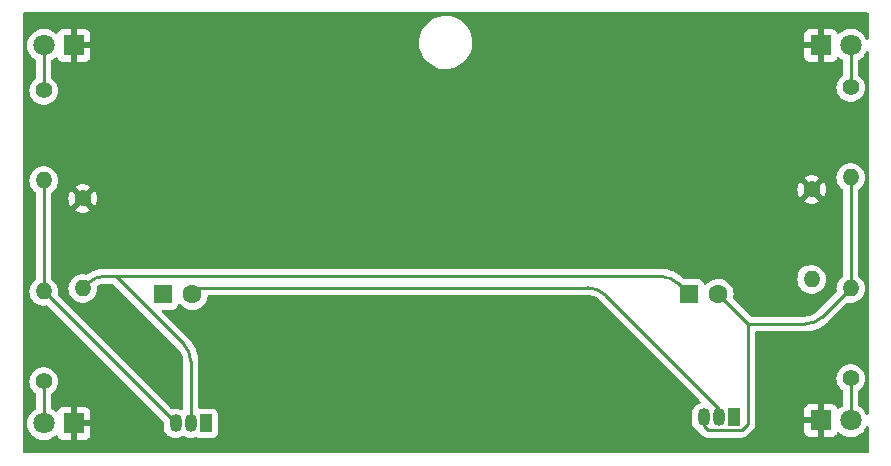
<source format=gtl>
G04 #@! TF.GenerationSoftware,KiCad,Pcbnew,7.0.8*
G04 #@! TF.CreationDate,2023-10-22T13:22:11+01:00*
G04 #@! TF.ProjectId,Badge,42616467-652e-46b6-9963-61645f706362,rev?*
G04 #@! TF.SameCoordinates,Original*
G04 #@! TF.FileFunction,Copper,L1,Top*
G04 #@! TF.FilePolarity,Positive*
%FSLAX46Y46*%
G04 Gerber Fmt 4.6, Leading zero omitted, Abs format (unit mm)*
G04 Created by KiCad (PCBNEW 7.0.8) date 2023-10-22 13:22:11*
%MOMM*%
%LPD*%
G01*
G04 APERTURE LIST*
G04 #@! TA.AperFunction,ComponentPad*
%ADD10R,1.600000X1.600000*%
G04 #@! TD*
G04 #@! TA.AperFunction,ComponentPad*
%ADD11C,1.600000*%
G04 #@! TD*
G04 #@! TA.AperFunction,ComponentPad*
%ADD12C,1.400000*%
G04 #@! TD*
G04 #@! TA.AperFunction,ComponentPad*
%ADD13O,1.400000X1.400000*%
G04 #@! TD*
G04 #@! TA.AperFunction,ComponentPad*
%ADD14R,1.050000X1.500000*%
G04 #@! TD*
G04 #@! TA.AperFunction,ComponentPad*
%ADD15O,1.050000X1.500000*%
G04 #@! TD*
G04 #@! TA.AperFunction,ComponentPad*
%ADD16C,1.800000*%
G04 #@! TD*
G04 #@! TA.AperFunction,ComponentPad*
%ADD17R,1.800000X1.800000*%
G04 #@! TD*
G04 #@! TA.AperFunction,ViaPad*
%ADD18C,0.800000*%
G04 #@! TD*
G04 #@! TA.AperFunction,Conductor*
%ADD19C,0.250000*%
G04 #@! TD*
G04 APERTURE END LIST*
D10*
X134874000Y-51054000D03*
D11*
X137374000Y-51054000D03*
D10*
X90342323Y-51054000D03*
D11*
X92842323Y-51054000D03*
D12*
X148590000Y-33528000D03*
D13*
X148590000Y-41148000D03*
D12*
X80264000Y-33782000D03*
D13*
X80264000Y-41402000D03*
X148590000Y-50546000D03*
D12*
X148590000Y-58166000D03*
D14*
X138684000Y-61468000D03*
D15*
X137414000Y-61468000D03*
X136144000Y-61468000D03*
D16*
X80269000Y-29972000D03*
D17*
X82809000Y-29972000D03*
D16*
X148590000Y-29972000D03*
D17*
X146050000Y-29972000D03*
D16*
X80269000Y-61976000D03*
D17*
X82809000Y-61976000D03*
D13*
X80264000Y-50800000D03*
D12*
X80264000Y-58420000D03*
D13*
X145288000Y-49784000D03*
D12*
X145288000Y-42164000D03*
D14*
X93980000Y-61976000D03*
D15*
X92710000Y-61976000D03*
X91440000Y-61976000D03*
D13*
X83566000Y-50546000D03*
D12*
X83566000Y-42926000D03*
D17*
X146050000Y-61722000D03*
D16*
X148590000Y-61722000D03*
D18*
X128016000Y-58420000D03*
X102108000Y-58166000D03*
D19*
X127770005Y-51077636D02*
G75*
G03*
X126355769Y-50491871I-1414205J-1414264D01*
G01*
X92709977Y-56704531D02*
G75*
G03*
X92124212Y-55290318I-1999977J31D01*
G01*
X85414323Y-49526120D02*
G75*
G03*
X84000111Y-50111891I-23J-1999980D01*
G01*
X133935801Y-50115773D02*
G75*
G03*
X132521573Y-49530000I-1414201J-1414227D01*
G01*
X144753573Y-53553980D02*
G75*
G03*
X146167786Y-52968212I27J1999980D01*
G01*
X92710000Y-61976000D02*
X92710000Y-56704531D01*
X86360000Y-49526104D02*
X91652807Y-49526104D01*
X92124213Y-55290317D02*
X86360000Y-49526104D01*
X85414323Y-49526104D02*
X86360000Y-49526104D01*
X133935787Y-50115787D02*
X134874000Y-51054000D01*
X91656703Y-49530000D02*
X132521573Y-49530000D01*
X91652807Y-49526104D02*
X91656703Y-49530000D01*
X83566000Y-50546000D02*
X84000110Y-50111890D01*
X148590000Y-33528000D02*
X148590000Y-29972000D01*
X137414000Y-60721675D02*
X137414000Y-61468000D01*
X127769983Y-51077658D02*
X137414000Y-60721675D01*
X93404452Y-50491871D02*
X126355769Y-50491871D01*
X92842323Y-51054000D02*
X93404452Y-50491871D01*
X146167787Y-52968213D02*
X148590000Y-50546000D01*
X139874000Y-53554000D02*
X144753573Y-53554000D01*
X139874000Y-53554000D02*
X139874000Y-62056000D01*
X137374000Y-51054000D02*
X139874000Y-53554000D01*
X136472675Y-62543000D02*
X139387000Y-62543000D01*
X136144000Y-61468000D02*
X136144000Y-62214325D01*
X139387000Y-62543000D02*
X139874000Y-62056000D01*
X136144000Y-62214325D02*
X136472675Y-62543000D01*
X148590000Y-50546000D02*
X148590000Y-41148000D01*
X148590000Y-61722000D02*
X148590000Y-58166000D01*
X80264000Y-50800000D02*
X80264000Y-41402000D01*
X80269000Y-58425000D02*
X80264000Y-58420000D01*
X80269000Y-61976000D02*
X80269000Y-58425000D01*
X80269000Y-33777000D02*
X80264000Y-33782000D01*
X80269000Y-29972000D02*
X80269000Y-33777000D01*
X144795736Y-49291736D02*
X145288000Y-49784000D01*
X91440000Y-61976000D02*
X80264000Y-50800000D01*
X128270000Y-58420000D02*
X127862000Y-58012000D01*
X80264000Y-29977000D02*
X80269000Y-29972000D01*
G04 #@! TA.AperFunction,Conductor*
G36*
X150057039Y-27197685D02*
G01*
X150102794Y-27250489D01*
X150114000Y-27302000D01*
X150114000Y-29368514D01*
X150094315Y-29435553D01*
X150041511Y-29481308D01*
X149972353Y-29491252D01*
X149908797Y-29462227D01*
X149876444Y-29418324D01*
X149825924Y-29303151D01*
X149698983Y-29108852D01*
X149698980Y-29108849D01*
X149698979Y-29108847D01*
X149541784Y-28938087D01*
X149541779Y-28938083D01*
X149541777Y-28938081D01*
X149358634Y-28795535D01*
X149358628Y-28795531D01*
X149154504Y-28685064D01*
X149154495Y-28685061D01*
X148934984Y-28609702D01*
X148747404Y-28578401D01*
X148706049Y-28571500D01*
X148473951Y-28571500D01*
X148432596Y-28578401D01*
X148245015Y-28609702D01*
X148025504Y-28685061D01*
X148025495Y-28685064D01*
X147821371Y-28795531D01*
X147821365Y-28795535D01*
X147638222Y-28938081D01*
X147638215Y-28938087D01*
X147629484Y-28947572D01*
X147569595Y-28983561D01*
X147499757Y-28981458D01*
X147442143Y-28941932D01*
X147422075Y-28906918D01*
X147393355Y-28829915D01*
X147393350Y-28829906D01*
X147307190Y-28714812D01*
X147307187Y-28714809D01*
X147192093Y-28628649D01*
X147192086Y-28628645D01*
X147057379Y-28578403D01*
X147057372Y-28578401D01*
X146997844Y-28572000D01*
X146300000Y-28572000D01*
X146300000Y-29597810D01*
X146247453Y-29561984D01*
X146117827Y-29522000D01*
X146016276Y-29522000D01*
X145915862Y-29537135D01*
X145800000Y-29592931D01*
X145800000Y-28572000D01*
X145102155Y-28572000D01*
X145042627Y-28578401D01*
X145042620Y-28578403D01*
X144907913Y-28628645D01*
X144907906Y-28628649D01*
X144792812Y-28714809D01*
X144792809Y-28714812D01*
X144706649Y-28829906D01*
X144706645Y-28829913D01*
X144656403Y-28964620D01*
X144656401Y-28964627D01*
X144650000Y-29024155D01*
X144650000Y-29722000D01*
X145674722Y-29722000D01*
X145626375Y-29805740D01*
X145596190Y-29937992D01*
X145606327Y-30073265D01*
X145655887Y-30199541D01*
X145673797Y-30222000D01*
X144650000Y-30222000D01*
X144650000Y-30919844D01*
X144656401Y-30979372D01*
X144656403Y-30979379D01*
X144706645Y-31114086D01*
X144706649Y-31114093D01*
X144792809Y-31229187D01*
X144792812Y-31229190D01*
X144907906Y-31315350D01*
X144907913Y-31315354D01*
X145042620Y-31365596D01*
X145042627Y-31365598D01*
X145102155Y-31371999D01*
X145102172Y-31372000D01*
X145800000Y-31372000D01*
X145800000Y-30346189D01*
X145852547Y-30382016D01*
X145982173Y-30422000D01*
X146083724Y-30422000D01*
X146184138Y-30406865D01*
X146300000Y-30351068D01*
X146300000Y-31372000D01*
X146997828Y-31372000D01*
X146997844Y-31371999D01*
X147057372Y-31365598D01*
X147057379Y-31365596D01*
X147192086Y-31315354D01*
X147192093Y-31315350D01*
X147307187Y-31229190D01*
X147307190Y-31229187D01*
X147393350Y-31114093D01*
X147393355Y-31114084D01*
X147422075Y-31037081D01*
X147463945Y-30981147D01*
X147529409Y-30956729D01*
X147597682Y-30971580D01*
X147629484Y-30996428D01*
X147638216Y-31005913D01*
X147638219Y-31005915D01*
X147638222Y-31005918D01*
X147821365Y-31148464D01*
X147821376Y-31148471D01*
X147899517Y-31190759D01*
X147949108Y-31239978D01*
X147964500Y-31299814D01*
X147964500Y-32434233D01*
X147944815Y-32501272D01*
X147905778Y-32539660D01*
X147863436Y-32565877D01*
X147699020Y-32715761D01*
X147564943Y-32893308D01*
X147564938Y-32893316D01*
X147465775Y-33092461D01*
X147465769Y-33092476D01*
X147404885Y-33306462D01*
X147404884Y-33306464D01*
X147384357Y-33527999D01*
X147384357Y-33528000D01*
X147404884Y-33749535D01*
X147404885Y-33749537D01*
X147465769Y-33963523D01*
X147465775Y-33963538D01*
X147564938Y-34162683D01*
X147564943Y-34162691D01*
X147699020Y-34340238D01*
X147863437Y-34490123D01*
X147863439Y-34490125D01*
X148052595Y-34607245D01*
X148052596Y-34607245D01*
X148052599Y-34607247D01*
X148260060Y-34687618D01*
X148478757Y-34728500D01*
X148478759Y-34728500D01*
X148701241Y-34728500D01*
X148701243Y-34728500D01*
X148919940Y-34687618D01*
X149127401Y-34607247D01*
X149316562Y-34490124D01*
X149480981Y-34340236D01*
X149615058Y-34162689D01*
X149714229Y-33963528D01*
X149775115Y-33749536D01*
X149795643Y-33528000D01*
X149775115Y-33306464D01*
X149714229Y-33092472D01*
X149714224Y-33092461D01*
X149615061Y-32893316D01*
X149615056Y-32893308D01*
X149480979Y-32715761D01*
X149316563Y-32565877D01*
X149316562Y-32565876D01*
X149274222Y-32539660D01*
X149227587Y-32487631D01*
X149215500Y-32434233D01*
X149215500Y-31299814D01*
X149235185Y-31232775D01*
X149280483Y-31190759D01*
X149311018Y-31174234D01*
X149358626Y-31148470D01*
X149541784Y-31005913D01*
X149698979Y-30835153D01*
X149825924Y-30640849D01*
X149876444Y-30525674D01*
X149921400Y-30472189D01*
X149988136Y-30451499D01*
X150055464Y-30470174D01*
X150102007Y-30522284D01*
X150114000Y-30575485D01*
X150114000Y-61118514D01*
X150094315Y-61185553D01*
X150041511Y-61231308D01*
X149972353Y-61241252D01*
X149908797Y-61212227D01*
X149876444Y-61168324D01*
X149825924Y-61053151D01*
X149698983Y-60858852D01*
X149698980Y-60858849D01*
X149698979Y-60858847D01*
X149541784Y-60688087D01*
X149541779Y-60688083D01*
X149541777Y-60688081D01*
X149358634Y-60545535D01*
X149358619Y-60545525D01*
X149280482Y-60503239D01*
X149230891Y-60454020D01*
X149215500Y-60394185D01*
X149215500Y-59259765D01*
X149235185Y-59192726D01*
X149274220Y-59154340D01*
X149316562Y-59128124D01*
X149480981Y-58978236D01*
X149615058Y-58800689D01*
X149714229Y-58601528D01*
X149775115Y-58387536D01*
X149795643Y-58166000D01*
X149775115Y-57944464D01*
X149714229Y-57730472D01*
X149714224Y-57730461D01*
X149615061Y-57531316D01*
X149615056Y-57531308D01*
X149480979Y-57353761D01*
X149316562Y-57203876D01*
X149316560Y-57203874D01*
X149127404Y-57086754D01*
X149127398Y-57086752D01*
X148919940Y-57006382D01*
X148701243Y-56965500D01*
X148478757Y-56965500D01*
X148260060Y-57006382D01*
X148128864Y-57057207D01*
X148052601Y-57086752D01*
X148052595Y-57086754D01*
X147863439Y-57203874D01*
X147863437Y-57203876D01*
X147699020Y-57353761D01*
X147564943Y-57531308D01*
X147564938Y-57531316D01*
X147465775Y-57730461D01*
X147465769Y-57730476D01*
X147404885Y-57944462D01*
X147404884Y-57944464D01*
X147384357Y-58165999D01*
X147384357Y-58166000D01*
X147404884Y-58387535D01*
X147404885Y-58387537D01*
X147465769Y-58601523D01*
X147465775Y-58601538D01*
X147564938Y-58800683D01*
X147564943Y-58800691D01*
X147699020Y-58978238D01*
X147863433Y-59128120D01*
X147863435Y-59128122D01*
X147863437Y-59128123D01*
X147863438Y-59128124D01*
X147905778Y-59154339D01*
X147952412Y-59206364D01*
X147964500Y-59259765D01*
X147964500Y-60394185D01*
X147944815Y-60461224D01*
X147899518Y-60503239D01*
X147821380Y-60545525D01*
X147821365Y-60545535D01*
X147638222Y-60688081D01*
X147638215Y-60688087D01*
X147629484Y-60697572D01*
X147569595Y-60733561D01*
X147499757Y-60731458D01*
X147442143Y-60691932D01*
X147422075Y-60656918D01*
X147393355Y-60579915D01*
X147393350Y-60579906D01*
X147307190Y-60464812D01*
X147307187Y-60464809D01*
X147192093Y-60378649D01*
X147192086Y-60378645D01*
X147057379Y-60328403D01*
X147057372Y-60328401D01*
X146997844Y-60322000D01*
X146300000Y-60322000D01*
X146300000Y-61347810D01*
X146247453Y-61311984D01*
X146117827Y-61272000D01*
X146016276Y-61272000D01*
X145915862Y-61287135D01*
X145800000Y-61342931D01*
X145800000Y-60322000D01*
X145102155Y-60322000D01*
X145042627Y-60328401D01*
X145042620Y-60328403D01*
X144907913Y-60378645D01*
X144907906Y-60378649D01*
X144792812Y-60464809D01*
X144792809Y-60464812D01*
X144706649Y-60579906D01*
X144706645Y-60579913D01*
X144656403Y-60714620D01*
X144656401Y-60714627D01*
X144650000Y-60774155D01*
X144650000Y-61472000D01*
X145674722Y-61472000D01*
X145626375Y-61555740D01*
X145596190Y-61687992D01*
X145606327Y-61823265D01*
X145655887Y-61949541D01*
X145673797Y-61972000D01*
X144650000Y-61972000D01*
X144650000Y-62669844D01*
X144656401Y-62729372D01*
X144656403Y-62729379D01*
X144706645Y-62864086D01*
X144706649Y-62864093D01*
X144792809Y-62979187D01*
X144792812Y-62979190D01*
X144907906Y-63065350D01*
X144907913Y-63065354D01*
X145042620Y-63115596D01*
X145042627Y-63115598D01*
X145102155Y-63121999D01*
X145102172Y-63122000D01*
X145800000Y-63122000D01*
X145800000Y-62096189D01*
X145852547Y-62132016D01*
X145982173Y-62172000D01*
X146083724Y-62172000D01*
X146184138Y-62156865D01*
X146300000Y-62101068D01*
X146300000Y-63122000D01*
X146997828Y-63122000D01*
X146997844Y-63121999D01*
X147057372Y-63115598D01*
X147057379Y-63115596D01*
X147192086Y-63065354D01*
X147192093Y-63065350D01*
X147307187Y-62979190D01*
X147307190Y-62979187D01*
X147393350Y-62864093D01*
X147393355Y-62864084D01*
X147422075Y-62787081D01*
X147463945Y-62731147D01*
X147529409Y-62706729D01*
X147597682Y-62721580D01*
X147629484Y-62746428D01*
X147638216Y-62755913D01*
X147638219Y-62755915D01*
X147638222Y-62755918D01*
X147821365Y-62898464D01*
X147821371Y-62898468D01*
X147821374Y-62898470D01*
X147950460Y-62968328D01*
X148020182Y-63006060D01*
X148025497Y-63008936D01*
X148139487Y-63048068D01*
X148245015Y-63084297D01*
X148245017Y-63084297D01*
X148245019Y-63084298D01*
X148473951Y-63122500D01*
X148473952Y-63122500D01*
X148706048Y-63122500D01*
X148706049Y-63122500D01*
X148934981Y-63084298D01*
X149154503Y-63008936D01*
X149358626Y-62898470D01*
X149541784Y-62755913D01*
X149698979Y-62585153D01*
X149825924Y-62390849D01*
X149876444Y-62275674D01*
X149921400Y-62222189D01*
X149988136Y-62201499D01*
X150055464Y-62220174D01*
X150102007Y-62272284D01*
X150114000Y-62325485D01*
X150114000Y-64392000D01*
X150094315Y-64459039D01*
X150041511Y-64504794D01*
X149990000Y-64516000D01*
X78610000Y-64516000D01*
X78542961Y-64496315D01*
X78497206Y-64443511D01*
X78486000Y-64392000D01*
X78486000Y-61976006D01*
X78863700Y-61976006D01*
X78882864Y-62207297D01*
X78882866Y-62207308D01*
X78939842Y-62432300D01*
X79033075Y-62644848D01*
X79160016Y-62839147D01*
X79160019Y-62839151D01*
X79160021Y-62839153D01*
X79317216Y-63009913D01*
X79317219Y-63009915D01*
X79317222Y-63009918D01*
X79500365Y-63152464D01*
X79500371Y-63152468D01*
X79500374Y-63152470D01*
X79704497Y-63262936D01*
X79818487Y-63302068D01*
X79924015Y-63338297D01*
X79924017Y-63338297D01*
X79924019Y-63338298D01*
X80152951Y-63376500D01*
X80152952Y-63376500D01*
X80385048Y-63376500D01*
X80385049Y-63376500D01*
X80613981Y-63338298D01*
X80833503Y-63262936D01*
X81037626Y-63152470D01*
X81042807Y-63148438D01*
X81139221Y-63073396D01*
X81220784Y-63009913D01*
X81229511Y-63000432D01*
X81289394Y-62964441D01*
X81359232Y-62966538D01*
X81416850Y-63006060D01*
X81436924Y-63041080D01*
X81465645Y-63118086D01*
X81465649Y-63118093D01*
X81551809Y-63233187D01*
X81551812Y-63233190D01*
X81666906Y-63319350D01*
X81666913Y-63319354D01*
X81801620Y-63369596D01*
X81801627Y-63369598D01*
X81861155Y-63375999D01*
X81861172Y-63376000D01*
X82559000Y-63376000D01*
X82559000Y-62350189D01*
X82611547Y-62386016D01*
X82741173Y-62426000D01*
X82842724Y-62426000D01*
X82943138Y-62410865D01*
X83059000Y-62355068D01*
X83059000Y-63376000D01*
X83756828Y-63376000D01*
X83756844Y-63375999D01*
X83816372Y-63369598D01*
X83816379Y-63369596D01*
X83951086Y-63319354D01*
X83951093Y-63319350D01*
X84066187Y-63233190D01*
X84066190Y-63233187D01*
X84152350Y-63118093D01*
X84152354Y-63118086D01*
X84202596Y-62983379D01*
X84202598Y-62983372D01*
X84208999Y-62923844D01*
X84209000Y-62923827D01*
X84209000Y-62226000D01*
X83184278Y-62226000D01*
X83232625Y-62142260D01*
X83262810Y-62010008D01*
X83252673Y-61874735D01*
X83203113Y-61748459D01*
X83185203Y-61726000D01*
X84209000Y-61726000D01*
X84209000Y-61028172D01*
X84208999Y-61028155D01*
X84202598Y-60968627D01*
X84202596Y-60968620D01*
X84152354Y-60833913D01*
X84152350Y-60833906D01*
X84066190Y-60718812D01*
X84066187Y-60718809D01*
X83951093Y-60632649D01*
X83951086Y-60632645D01*
X83816379Y-60582403D01*
X83816372Y-60582401D01*
X83756844Y-60576000D01*
X83059000Y-60576000D01*
X83059000Y-61601810D01*
X83006453Y-61565984D01*
X82876827Y-61526000D01*
X82775276Y-61526000D01*
X82674862Y-61541135D01*
X82559000Y-61596931D01*
X82559000Y-60576000D01*
X81861155Y-60576000D01*
X81801627Y-60582401D01*
X81801620Y-60582403D01*
X81666913Y-60632645D01*
X81666906Y-60632649D01*
X81551812Y-60718809D01*
X81551809Y-60718812D01*
X81465649Y-60833906D01*
X81465646Y-60833911D01*
X81436924Y-60910920D01*
X81395052Y-60966853D01*
X81329588Y-60991270D01*
X81261315Y-60976418D01*
X81229514Y-60951571D01*
X81220784Y-60942087D01*
X81220779Y-60942083D01*
X81220777Y-60942081D01*
X81037634Y-60799535D01*
X81037619Y-60799525D01*
X80959482Y-60757239D01*
X80909891Y-60708020D01*
X80894500Y-60648185D01*
X80894500Y-59510669D01*
X80914185Y-59443630D01*
X80953223Y-59405242D01*
X80990562Y-59382124D01*
X81154981Y-59232236D01*
X81289058Y-59054689D01*
X81388229Y-58855528D01*
X81449115Y-58641536D01*
X81469643Y-58420000D01*
X81449115Y-58198464D01*
X81388229Y-57984472D01*
X81388224Y-57984461D01*
X81289061Y-57785316D01*
X81289056Y-57785308D01*
X81154979Y-57607761D01*
X80990562Y-57457876D01*
X80990560Y-57457874D01*
X80801404Y-57340754D01*
X80801398Y-57340752D01*
X80593940Y-57260382D01*
X80375243Y-57219500D01*
X80152757Y-57219500D01*
X79934060Y-57260382D01*
X79802864Y-57311207D01*
X79726601Y-57340752D01*
X79726595Y-57340754D01*
X79537439Y-57457874D01*
X79537437Y-57457876D01*
X79373020Y-57607761D01*
X79238943Y-57785308D01*
X79238938Y-57785316D01*
X79139775Y-57984461D01*
X79139769Y-57984476D01*
X79078885Y-58198462D01*
X79078884Y-58198464D01*
X79058357Y-58419999D01*
X79058357Y-58420000D01*
X79078884Y-58641535D01*
X79078885Y-58641537D01*
X79139769Y-58855523D01*
X79139775Y-58855538D01*
X79238938Y-59054683D01*
X79238943Y-59054691D01*
X79373020Y-59232238D01*
X79537433Y-59382120D01*
X79537435Y-59382121D01*
X79537438Y-59382124D01*
X79584778Y-59411435D01*
X79631412Y-59463461D01*
X79643500Y-59516861D01*
X79643500Y-60648185D01*
X79623815Y-60715224D01*
X79578518Y-60757239D01*
X79500380Y-60799525D01*
X79500365Y-60799535D01*
X79317222Y-60942081D01*
X79317219Y-60942084D01*
X79317216Y-60942086D01*
X79317216Y-60942087D01*
X79292791Y-60968620D01*
X79160016Y-61112852D01*
X79033075Y-61307151D01*
X78939842Y-61519699D01*
X78882866Y-61744691D01*
X78882864Y-61744702D01*
X78863700Y-61975993D01*
X78863700Y-61976006D01*
X78486000Y-61976006D01*
X78486000Y-50800000D01*
X79058357Y-50800000D01*
X79078884Y-51021535D01*
X79078885Y-51021537D01*
X79139769Y-51235523D01*
X79139775Y-51235538D01*
X79238938Y-51434683D01*
X79238943Y-51434691D01*
X79373020Y-51612238D01*
X79537437Y-51762123D01*
X79537439Y-51762125D01*
X79726595Y-51879245D01*
X79726596Y-51879245D01*
X79726599Y-51879247D01*
X79934060Y-51959618D01*
X80152757Y-52000500D01*
X80152759Y-52000500D01*
X80375241Y-52000500D01*
X80375243Y-52000500D01*
X80483429Y-51980276D01*
X80552943Y-51987307D01*
X80593894Y-52014484D01*
X90378181Y-61798771D01*
X90411666Y-61860094D01*
X90414500Y-61886452D01*
X90414500Y-62251380D01*
X90416206Y-62268702D01*
X90429337Y-62402031D01*
X90487978Y-62595345D01*
X90583198Y-62773488D01*
X90583203Y-62773495D01*
X90711352Y-62929647D01*
X90818234Y-63017362D01*
X90867506Y-63057798D01*
X90867509Y-63057799D01*
X90867511Y-63057801D01*
X91045654Y-63153021D01*
X91045656Y-63153021D01*
X91045659Y-63153023D01*
X91238967Y-63211662D01*
X91440000Y-63231462D01*
X91641033Y-63211662D01*
X91834341Y-63153023D01*
X92012494Y-63057798D01*
X92012498Y-63057794D01*
X92016546Y-63055631D01*
X92084949Y-63041389D01*
X92133454Y-63055631D01*
X92137502Y-63057794D01*
X92137506Y-63057798D01*
X92315659Y-63153023D01*
X92508967Y-63211662D01*
X92710000Y-63231462D01*
X92911033Y-63211662D01*
X93104341Y-63153023D01*
X93104344Y-63153021D01*
X93105423Y-63152694D01*
X93175290Y-63152070D01*
X93204380Y-63166470D01*
X93204886Y-63165546D01*
X93212671Y-63169797D01*
X93347517Y-63220091D01*
X93347516Y-63220091D01*
X93354444Y-63220835D01*
X93407127Y-63226500D01*
X94552872Y-63226499D01*
X94612483Y-63220091D01*
X94747331Y-63169796D01*
X94862546Y-63083546D01*
X94948796Y-62968331D01*
X94999091Y-62833483D01*
X95005500Y-62773873D01*
X95005499Y-61178128D01*
X94999091Y-61118517D01*
X94996976Y-61112847D01*
X94948797Y-60983671D01*
X94948793Y-60983664D01*
X94862547Y-60868455D01*
X94862544Y-60868452D01*
X94747335Y-60782206D01*
X94747328Y-60782202D01*
X94612482Y-60731908D01*
X94612483Y-60731908D01*
X94552883Y-60725501D01*
X94552881Y-60725500D01*
X94552873Y-60725500D01*
X94552865Y-60725500D01*
X93459500Y-60725500D01*
X93392461Y-60705815D01*
X93346706Y-60653011D01*
X93335500Y-60601500D01*
X93335500Y-56663548D01*
X93335477Y-56662832D01*
X93335479Y-56557096D01*
X93302467Y-56264061D01*
X93302464Y-56264050D01*
X93302464Y-56264044D01*
X93236854Y-55976573D01*
X93236852Y-55976564D01*
X93163808Y-55767807D01*
X93139461Y-55698224D01*
X93139460Y-55698223D01*
X93139460Y-55698222D01*
X93011515Y-55432534D01*
X92854628Y-55182843D01*
X92670770Y-54952287D01*
X92625393Y-54906909D01*
X92625371Y-54906884D01*
X90284667Y-52566180D01*
X90251182Y-52504857D01*
X90256166Y-52435165D01*
X90298038Y-52379232D01*
X90363502Y-52354815D01*
X90372348Y-52354499D01*
X91190194Y-52354499D01*
X91190195Y-52354499D01*
X91249806Y-52348091D01*
X91384654Y-52297796D01*
X91499869Y-52211546D01*
X91586119Y-52096331D01*
X91636414Y-51961483D01*
X91636415Y-51961472D01*
X91637688Y-51956088D01*
X91672256Y-51895369D01*
X91734164Y-51862978D01*
X91803756Y-51869199D01*
X91846048Y-51896912D01*
X92003181Y-52054045D01*
X92003184Y-52054047D01*
X92189589Y-52184568D01*
X92395827Y-52280739D01*
X92615631Y-52339635D01*
X92773114Y-52353413D01*
X92842321Y-52359468D01*
X92842323Y-52359468D01*
X92842325Y-52359468D01*
X92899130Y-52354498D01*
X93069015Y-52339635D01*
X93288819Y-52280739D01*
X93495057Y-52184568D01*
X93681462Y-52054047D01*
X93842370Y-51893139D01*
X93972891Y-51706734D01*
X94069062Y-51500496D01*
X94127958Y-51280692D01*
X94131909Y-51235538D01*
X94132344Y-51230563D01*
X94157797Y-51165494D01*
X94214388Y-51124516D01*
X94255872Y-51117371D01*
X126279825Y-51117371D01*
X126279829Y-51117372D01*
X126353742Y-51117371D01*
X126357798Y-51117504D01*
X126531129Y-51128861D01*
X126539172Y-51129919D01*
X126707547Y-51163408D01*
X126715378Y-51165507D01*
X126877933Y-51220683D01*
X126885422Y-51223784D01*
X127039396Y-51299712D01*
X127046420Y-51303767D01*
X127189157Y-51399138D01*
X127195598Y-51404080D01*
X127325837Y-51518292D01*
X127328798Y-51521065D01*
X127354548Y-51546813D01*
X135871184Y-60063449D01*
X135904669Y-60124772D01*
X135899685Y-60194464D01*
X135857813Y-60250397D01*
X135819500Y-60269790D01*
X135749656Y-60290977D01*
X135571511Y-60386198D01*
X135571504Y-60386203D01*
X135415352Y-60514352D01*
X135287203Y-60670504D01*
X135287198Y-60670511D01*
X135191978Y-60848654D01*
X135133337Y-61041968D01*
X135125798Y-61118517D01*
X135118500Y-61192620D01*
X135118500Y-61743380D01*
X135119744Y-61756008D01*
X135133337Y-61894031D01*
X135191978Y-62087345D01*
X135287198Y-62265488D01*
X135287201Y-62265492D01*
X135287202Y-62265494D01*
X135295557Y-62275675D01*
X135415352Y-62421647D01*
X135568244Y-62547121D01*
X135571506Y-62549798D01*
X135607645Y-62569114D01*
X135639525Y-62596017D01*
X135640314Y-62595229D01*
X135659991Y-62614906D01*
X135672626Y-62629699D01*
X135684404Y-62645909D01*
X135684406Y-62645912D01*
X135720309Y-62675613D01*
X135724620Y-62679535D01*
X135878567Y-62833482D01*
X135971869Y-62926784D01*
X135981694Y-62939048D01*
X135981915Y-62938866D01*
X135986885Y-62944873D01*
X135986888Y-62944876D01*
X135986889Y-62944877D01*
X136037326Y-62992241D01*
X136058205Y-63013120D01*
X136063679Y-63017366D01*
X136068117Y-63021156D01*
X136102093Y-63053062D01*
X136102097Y-63053064D01*
X136119648Y-63062713D01*
X136135906Y-63073392D01*
X136151739Y-63085674D01*
X136173690Y-63095172D01*
X136194512Y-63104183D01*
X136199756Y-63106752D01*
X136240583Y-63129197D01*
X136259987Y-63134179D01*
X136278385Y-63140478D01*
X136296780Y-63148438D01*
X136342804Y-63155726D01*
X136348507Y-63156907D01*
X136393656Y-63168500D01*
X136413691Y-63168500D01*
X136433088Y-63170026D01*
X136452871Y-63173160D01*
X136499259Y-63168775D01*
X136505097Y-63168500D01*
X139304257Y-63168500D01*
X139319877Y-63170224D01*
X139319904Y-63169939D01*
X139327660Y-63170671D01*
X139327667Y-63170673D01*
X139396814Y-63168500D01*
X139426350Y-63168500D01*
X139433228Y-63167630D01*
X139439041Y-63167172D01*
X139485627Y-63165709D01*
X139504869Y-63160117D01*
X139523912Y-63156174D01*
X139543792Y-63153664D01*
X139587122Y-63136507D01*
X139592646Y-63134617D01*
X139596396Y-63133527D01*
X139637390Y-63121618D01*
X139654629Y-63111422D01*
X139672103Y-63102862D01*
X139690727Y-63095488D01*
X139690727Y-63095487D01*
X139690732Y-63095486D01*
X139728449Y-63068082D01*
X139733305Y-63064892D01*
X139773420Y-63041170D01*
X139787589Y-63026999D01*
X139802379Y-63014368D01*
X139818587Y-63002594D01*
X139848299Y-62966676D01*
X139852212Y-62962376D01*
X140257785Y-62556803D01*
X140270041Y-62546987D01*
X140269858Y-62546765D01*
X140275875Y-62541787D01*
X140275874Y-62541787D01*
X140275877Y-62541786D01*
X140300251Y-62515829D01*
X140323227Y-62491364D01*
X140333671Y-62480918D01*
X140344120Y-62470471D01*
X140348379Y-62464978D01*
X140352152Y-62460561D01*
X140384062Y-62426582D01*
X140393715Y-62409020D01*
X140404389Y-62392770D01*
X140416673Y-62376936D01*
X140435180Y-62334167D01*
X140437749Y-62328924D01*
X140460196Y-62288093D01*
X140460197Y-62288092D01*
X140465177Y-62268691D01*
X140471478Y-62250288D01*
X140479438Y-62231896D01*
X140486730Y-62185849D01*
X140487911Y-62180152D01*
X140499500Y-62135019D01*
X140499500Y-62114983D01*
X140501027Y-62095582D01*
X140504160Y-62075804D01*
X140499775Y-62029415D01*
X140499500Y-62023577D01*
X140499500Y-54303500D01*
X140519185Y-54236461D01*
X140571989Y-54190706D01*
X140623500Y-54179500D01*
X144794609Y-54179500D01*
X144795225Y-54179480D01*
X144901009Y-54179482D01*
X145194045Y-54146469D01*
X145481541Y-54080853D01*
X145759883Y-53983461D01*
X146025571Y-53855516D01*
X146275262Y-53698628D01*
X146505818Y-53514770D01*
X146543995Y-53476593D01*
X146543999Y-53476590D01*
X146554205Y-53466383D01*
X146554207Y-53466383D01*
X146635439Y-53385151D01*
X146663783Y-53356808D01*
X146663783Y-53356806D01*
X146673987Y-53346603D01*
X146673990Y-53346598D01*
X148260107Y-51760482D01*
X148321428Y-51726999D01*
X148370570Y-51726276D01*
X148478757Y-51746500D01*
X148478759Y-51746500D01*
X148701241Y-51746500D01*
X148701243Y-51746500D01*
X148919940Y-51705618D01*
X149127401Y-51625247D01*
X149316562Y-51508124D01*
X149480981Y-51358236D01*
X149615058Y-51180689D01*
X149714229Y-50981528D01*
X149775115Y-50767536D01*
X149795643Y-50546000D01*
X149775115Y-50324464D01*
X149714229Y-50110472D01*
X149714224Y-50110461D01*
X149615061Y-49911316D01*
X149615056Y-49911308D01*
X149480979Y-49733761D01*
X149316563Y-49583877D01*
X149316562Y-49583876D01*
X149286595Y-49565321D01*
X149274222Y-49557660D01*
X149227587Y-49505631D01*
X149215500Y-49452233D01*
X149215500Y-42241765D01*
X149235185Y-42174726D01*
X149274220Y-42136340D01*
X149316562Y-42110124D01*
X149480981Y-41960236D01*
X149615058Y-41782689D01*
X149714229Y-41583528D01*
X149775115Y-41369536D01*
X149795643Y-41148000D01*
X149775115Y-40926464D01*
X149714229Y-40712472D01*
X149714224Y-40712461D01*
X149615061Y-40513316D01*
X149615056Y-40513308D01*
X149480979Y-40335761D01*
X149316562Y-40185876D01*
X149316560Y-40185874D01*
X149127404Y-40068754D01*
X149127398Y-40068752D01*
X148919940Y-39988382D01*
X148701243Y-39947500D01*
X148478757Y-39947500D01*
X148260060Y-39988382D01*
X148128864Y-40039207D01*
X148052601Y-40068752D01*
X148052595Y-40068754D01*
X147863439Y-40185874D01*
X147863437Y-40185876D01*
X147699020Y-40335761D01*
X147564943Y-40513308D01*
X147564938Y-40513316D01*
X147465775Y-40712461D01*
X147465769Y-40712476D01*
X147404885Y-40926462D01*
X147404884Y-40926464D01*
X147384357Y-41147999D01*
X147384357Y-41148000D01*
X147404884Y-41369535D01*
X147404885Y-41369537D01*
X147465769Y-41583523D01*
X147465775Y-41583538D01*
X147564938Y-41782683D01*
X147564943Y-41782691D01*
X147699020Y-41960238D01*
X147863433Y-42110120D01*
X147863435Y-42110122D01*
X147863437Y-42110123D01*
X147863438Y-42110124D01*
X147905778Y-42136339D01*
X147952412Y-42188364D01*
X147964500Y-42241765D01*
X147964500Y-49452233D01*
X147944815Y-49519272D01*
X147905778Y-49557660D01*
X147863436Y-49583877D01*
X147699020Y-49733761D01*
X147564943Y-49911308D01*
X147564938Y-49911316D01*
X147465775Y-50110461D01*
X147465769Y-50110476D01*
X147404885Y-50324462D01*
X147404884Y-50324464D01*
X147393974Y-50442211D01*
X147384357Y-50546000D01*
X147398268Y-50696131D01*
X147404886Y-50767546D01*
X147405317Y-50769854D01*
X147405203Y-50770973D01*
X147405414Y-50773244D01*
X147404969Y-50773285D01*
X147398275Y-50839368D01*
X147371106Y-50880301D01*
X145726935Y-52524472D01*
X145723973Y-52527246D01*
X145593376Y-52641776D01*
X145586935Y-52646719D01*
X145444213Y-52742079D01*
X145437182Y-52746139D01*
X145283223Y-52822060D01*
X145275722Y-52825167D01*
X145113178Y-52880342D01*
X145105336Y-52882443D01*
X144936979Y-52915929D01*
X144928930Y-52916988D01*
X144755303Y-52928366D01*
X144751248Y-52928499D01*
X144673893Y-52928499D01*
X144673877Y-52928500D01*
X140184452Y-52928500D01*
X140117413Y-52908815D01*
X140096771Y-52892181D01*
X138673413Y-51468822D01*
X138639928Y-51407499D01*
X138641319Y-51349048D01*
X138659635Y-51280692D01*
X138679468Y-51054000D01*
X138659635Y-50827308D01*
X138614916Y-50660415D01*
X138600741Y-50607511D01*
X138600738Y-50607502D01*
X138598066Y-50601771D01*
X138504568Y-50401266D01*
X138374047Y-50214861D01*
X138374045Y-50214858D01*
X138213141Y-50053954D01*
X138026734Y-49923432D01*
X138026732Y-49923431D01*
X137820497Y-49827261D01*
X137820488Y-49827258D01*
X137659045Y-49784000D01*
X144082357Y-49784000D01*
X144102884Y-50005535D01*
X144102885Y-50005537D01*
X144163769Y-50219523D01*
X144163775Y-50219538D01*
X144262938Y-50418683D01*
X144262943Y-50418691D01*
X144397020Y-50596238D01*
X144561437Y-50746123D01*
X144561439Y-50746125D01*
X144750595Y-50863245D01*
X144750596Y-50863245D01*
X144750599Y-50863247D01*
X144958060Y-50943618D01*
X145176757Y-50984500D01*
X145176759Y-50984500D01*
X145399241Y-50984500D01*
X145399243Y-50984500D01*
X145617940Y-50943618D01*
X145825401Y-50863247D01*
X146014562Y-50746124D01*
X146166623Y-50607502D01*
X146178979Y-50596238D01*
X146192402Y-50578464D01*
X146313058Y-50418689D01*
X146412229Y-50219528D01*
X146473115Y-50005536D01*
X146493643Y-49784000D01*
X146490356Y-49748532D01*
X146473115Y-49562464D01*
X146473114Y-49562462D01*
X146460825Y-49519272D01*
X146412229Y-49348472D01*
X146412224Y-49348461D01*
X146313061Y-49149316D01*
X146313056Y-49149308D01*
X146178979Y-48971761D01*
X146014562Y-48821876D01*
X146014560Y-48821874D01*
X145825404Y-48704754D01*
X145825398Y-48704752D01*
X145617940Y-48624382D01*
X145399243Y-48583500D01*
X145176757Y-48583500D01*
X145011731Y-48614348D01*
X144958054Y-48624383D01*
X144879724Y-48654728D01*
X144823369Y-48660740D01*
X144823336Y-48661821D01*
X144815540Y-48661576D01*
X144658203Y-48676449D01*
X144658200Y-48676449D01*
X144658200Y-48676450D01*
X144658195Y-48676451D01*
X144509513Y-48729979D01*
X144509505Y-48729983D01*
X144378801Y-48818809D01*
X144378792Y-48818817D01*
X144274288Y-48937354D01*
X144274287Y-48937356D01*
X144202538Y-49078169D01*
X144168063Y-49232405D01*
X144170323Y-49304327D01*
X144163811Y-49342524D01*
X144165339Y-49342959D01*
X144102885Y-49562461D01*
X144102884Y-49562464D01*
X144082357Y-49783999D01*
X144082357Y-49784000D01*
X137659045Y-49784000D01*
X137600697Y-49768366D01*
X137600693Y-49768365D01*
X137600692Y-49768365D01*
X137600691Y-49768364D01*
X137600686Y-49768364D01*
X137374002Y-49748532D01*
X137373998Y-49748532D01*
X137147313Y-49768364D01*
X137147302Y-49768366D01*
X136927511Y-49827258D01*
X136927502Y-49827261D01*
X136721267Y-49923431D01*
X136721265Y-49923432D01*
X136534862Y-50053951D01*
X136377726Y-50211087D01*
X136316403Y-50244571D01*
X136246711Y-50239587D01*
X136190778Y-50197715D01*
X136169369Y-50151923D01*
X136168091Y-50146518D01*
X136154648Y-50110476D01*
X136117796Y-50011669D01*
X136117795Y-50011668D01*
X136117793Y-50011664D01*
X136031547Y-49896455D01*
X136031544Y-49896452D01*
X135916335Y-49810206D01*
X135916328Y-49810202D01*
X135781482Y-49759908D01*
X135781483Y-49759908D01*
X135721883Y-49753501D01*
X135721881Y-49753500D01*
X135721873Y-49753500D01*
X135721865Y-49753500D01*
X134509453Y-49753500D01*
X134442414Y-49733815D01*
X134421772Y-49717181D01*
X134415364Y-49710773D01*
X134415330Y-49710711D01*
X134273830Y-49569214D01*
X134043277Y-49385358D01*
X134043268Y-49385352D01*
X133793582Y-49228467D01*
X133793581Y-49228466D01*
X133527889Y-49100520D01*
X133527887Y-49100519D01*
X133331491Y-49031800D01*
X133249547Y-49003128D01*
X133249543Y-49003127D01*
X133249537Y-49003125D01*
X132962064Y-48937514D01*
X132962037Y-48937510D01*
X132669015Y-48904498D01*
X132669010Y-48904498D01*
X132521565Y-48904500D01*
X91762663Y-48904500D01*
X91731833Y-48900605D01*
X91731826Y-48900604D01*
X91731822Y-48900604D01*
X91711791Y-48900604D01*
X91692393Y-48899077D01*
X91684969Y-48897901D01*
X91672612Y-48895944D01*
X91672611Y-48895944D01*
X91626223Y-48900329D01*
X91620385Y-48900604D01*
X86418984Y-48900604D01*
X86399586Y-48899077D01*
X86392162Y-48897901D01*
X86379805Y-48895944D01*
X86379804Y-48895944D01*
X86333416Y-48900329D01*
X86327578Y-48900604D01*
X85373214Y-48900604D01*
X85372718Y-48900618D01*
X85266878Y-48900618D01*
X84973859Y-48933630D01*
X84973853Y-48933631D01*
X84686358Y-48999246D01*
X84686353Y-48999248D01*
X84408009Y-49096642D01*
X84408005Y-49096643D01*
X84142331Y-49224583D01*
X84142327Y-49224585D01*
X83928445Y-49358972D01*
X83861208Y-49377971D01*
X83839691Y-49375866D01*
X83693163Y-49348476D01*
X83677243Y-49345500D01*
X83454757Y-49345500D01*
X83236060Y-49386382D01*
X83104864Y-49437207D01*
X83028601Y-49466752D01*
X83028595Y-49466754D01*
X82839439Y-49583874D01*
X82839437Y-49583876D01*
X82675020Y-49733761D01*
X82540943Y-49911308D01*
X82540938Y-49911316D01*
X82441775Y-50110461D01*
X82441769Y-50110476D01*
X82380885Y-50324462D01*
X82380884Y-50324464D01*
X82360357Y-50545999D01*
X82360357Y-50546000D01*
X82380884Y-50767535D01*
X82380885Y-50767537D01*
X82441769Y-50981523D01*
X82441775Y-50981538D01*
X82540938Y-51180683D01*
X82540943Y-51180691D01*
X82675020Y-51358238D01*
X82796326Y-51468822D01*
X82831070Y-51500496D01*
X82839437Y-51508123D01*
X82839439Y-51508125D01*
X83028595Y-51625245D01*
X83028596Y-51625245D01*
X83028599Y-51625247D01*
X83236060Y-51705618D01*
X83454757Y-51746500D01*
X83454759Y-51746500D01*
X83677241Y-51746500D01*
X83677243Y-51746500D01*
X83895940Y-51705618D01*
X84103401Y-51625247D01*
X84292562Y-51508124D01*
X84456981Y-51358236D01*
X84591058Y-51180689D01*
X84690229Y-50981528D01*
X84751115Y-50767536D01*
X84771643Y-50546000D01*
X84758934Y-50408853D01*
X84772349Y-50340287D01*
X84820705Y-50289855D01*
X84827547Y-50286210D01*
X84884675Y-50258038D01*
X84892171Y-50254934D01*
X84908327Y-50249450D01*
X85054734Y-50199753D01*
X85062548Y-50197660D01*
X85230930Y-50164168D01*
X85238968Y-50163111D01*
X85412532Y-50151737D01*
X85416587Y-50151604D01*
X85490265Y-50151605D01*
X85490269Y-50151604D01*
X86049548Y-50151604D01*
X86116587Y-50171289D01*
X86137229Y-50187923D01*
X91680467Y-55731162D01*
X91683242Y-55734125D01*
X91797772Y-55864724D01*
X91802714Y-55871165D01*
X91898079Y-56013893D01*
X91902139Y-56020924D01*
X91978058Y-56174879D01*
X91981165Y-56182380D01*
X92036340Y-56344925D01*
X92038441Y-56352767D01*
X92071927Y-56521123D01*
X92072986Y-56529173D01*
X92084366Y-56702853D01*
X92084499Y-56706908D01*
X92084499Y-56784209D01*
X92084500Y-56784226D01*
X92084500Y-60725807D01*
X92064815Y-60792846D01*
X92012011Y-60838601D01*
X91942853Y-60848545D01*
X91902048Y-60835166D01*
X91834344Y-60798978D01*
X91641031Y-60740337D01*
X91440000Y-60720538D01*
X91238967Y-60740337D01*
X91238965Y-60740338D01*
X91194968Y-60753684D01*
X91125102Y-60754307D01*
X91071294Y-60722704D01*
X81482892Y-51134302D01*
X81449407Y-51072979D01*
X81448736Y-51027258D01*
X81448586Y-51027245D01*
X81448715Y-51025846D01*
X81448686Y-51023826D01*
X81449110Y-51021551D01*
X81449115Y-51021536D01*
X81469643Y-50800000D01*
X81449115Y-50578464D01*
X81388229Y-50364472D01*
X81376990Y-50341901D01*
X81289061Y-50165316D01*
X81289056Y-50165308D01*
X81154979Y-49987761D01*
X80990563Y-49837877D01*
X80990562Y-49837876D01*
X80948222Y-49811660D01*
X80901587Y-49759631D01*
X80889500Y-49706233D01*
X80889500Y-43932880D01*
X82912672Y-43932880D01*
X83028821Y-44004797D01*
X83028822Y-44004798D01*
X83236195Y-44085134D01*
X83454807Y-44126000D01*
X83677193Y-44126000D01*
X83895809Y-44085133D01*
X84103168Y-44004801D01*
X84103181Y-44004795D01*
X84219326Y-43932879D01*
X83566001Y-43279553D01*
X83566000Y-43279553D01*
X82912672Y-43932879D01*
X82912672Y-43932880D01*
X80889500Y-43932880D01*
X80889500Y-42926000D01*
X82360859Y-42926000D01*
X82381378Y-43147439D01*
X82442240Y-43361350D01*
X82541369Y-43560428D01*
X82557137Y-43581308D01*
X82557138Y-43581308D01*
X83183145Y-42955302D01*
X83212372Y-42955302D01*
X83241047Y-43068538D01*
X83304936Y-43166327D01*
X83397115Y-43238072D01*
X83507595Y-43276000D01*
X83595005Y-43276000D01*
X83681216Y-43261614D01*
X83783947Y-43206019D01*
X83863060Y-43120079D01*
X83909982Y-43013108D01*
X83917200Y-42926000D01*
X83919553Y-42926000D01*
X84574861Y-43581308D01*
X84590631Y-43560425D01*
X84590633Y-43560422D01*
X84689759Y-43361350D01*
X84743952Y-43170880D01*
X144634672Y-43170880D01*
X144750821Y-43242797D01*
X144750822Y-43242798D01*
X144958195Y-43323134D01*
X145176807Y-43364000D01*
X145399193Y-43364000D01*
X145617809Y-43323133D01*
X145825168Y-43242801D01*
X145825181Y-43242795D01*
X145941326Y-43170879D01*
X145288001Y-42517553D01*
X145288000Y-42517553D01*
X144634672Y-43170879D01*
X144634672Y-43170880D01*
X84743952Y-43170880D01*
X84750621Y-43147439D01*
X84771141Y-42926000D01*
X84771141Y-42925999D01*
X84750621Y-42704560D01*
X84689759Y-42490649D01*
X84590635Y-42291580D01*
X84590630Y-42291572D01*
X84574860Y-42270690D01*
X83919553Y-42925999D01*
X83919553Y-42926000D01*
X83917200Y-42926000D01*
X83919628Y-42896698D01*
X83890953Y-42783462D01*
X83827064Y-42685673D01*
X83734885Y-42613928D01*
X83624405Y-42576000D01*
X83536995Y-42576000D01*
X83450784Y-42590386D01*
X83348053Y-42645981D01*
X83268940Y-42731921D01*
X83222018Y-42838892D01*
X83212372Y-42955302D01*
X83183145Y-42955302D01*
X83212447Y-42926000D01*
X82557138Y-42270691D01*
X82557137Y-42270691D01*
X82541368Y-42291574D01*
X82442240Y-42490649D01*
X82381378Y-42704560D01*
X82360859Y-42925999D01*
X82360859Y-42926000D01*
X80889500Y-42926000D01*
X80889500Y-42495765D01*
X80909185Y-42428726D01*
X80948220Y-42390340D01*
X80990562Y-42364124D01*
X81154981Y-42214236D01*
X81289058Y-42036689D01*
X81347601Y-41919119D01*
X82912671Y-41919119D01*
X83566000Y-42572447D01*
X83566001Y-42572447D01*
X83974447Y-42164000D01*
X144082859Y-42164000D01*
X144103378Y-42385439D01*
X144164240Y-42599350D01*
X144263369Y-42798428D01*
X144279137Y-42819308D01*
X144279138Y-42819308D01*
X144905145Y-42193302D01*
X144934372Y-42193302D01*
X144963047Y-42306538D01*
X145026936Y-42404327D01*
X145119115Y-42476072D01*
X145229595Y-42514000D01*
X145317005Y-42514000D01*
X145403216Y-42499614D01*
X145505947Y-42444019D01*
X145585060Y-42358079D01*
X145631982Y-42251108D01*
X145639200Y-42164000D01*
X145641553Y-42164000D01*
X146296861Y-42819308D01*
X146312631Y-42798425D01*
X146312633Y-42798422D01*
X146411759Y-42599350D01*
X146472621Y-42385439D01*
X146493141Y-42164000D01*
X146493141Y-42163999D01*
X146472621Y-41942560D01*
X146411759Y-41728649D01*
X146312635Y-41529580D01*
X146312630Y-41529572D01*
X146296860Y-41508690D01*
X145641553Y-42163999D01*
X145641553Y-42164000D01*
X145639200Y-42164000D01*
X145641628Y-42134698D01*
X145612953Y-42021462D01*
X145549064Y-41923673D01*
X145456885Y-41851928D01*
X145346405Y-41814000D01*
X145258995Y-41814000D01*
X145172784Y-41828386D01*
X145070053Y-41883981D01*
X144990940Y-41969921D01*
X144944018Y-42076892D01*
X144934372Y-42193302D01*
X144905145Y-42193302D01*
X144934447Y-42164000D01*
X144279138Y-41508691D01*
X144279137Y-41508691D01*
X144263368Y-41529574D01*
X144164240Y-41728649D01*
X144103378Y-41942560D01*
X144082859Y-42163999D01*
X144082859Y-42164000D01*
X83974447Y-42164000D01*
X84219327Y-41919119D01*
X84103178Y-41847202D01*
X84103177Y-41847201D01*
X83895804Y-41766865D01*
X83677193Y-41726000D01*
X83454807Y-41726000D01*
X83236195Y-41766865D01*
X83028824Y-41847200D01*
X83028823Y-41847201D01*
X82912671Y-41919119D01*
X81347601Y-41919119D01*
X81388229Y-41837528D01*
X81449115Y-41623536D01*
X81469643Y-41402000D01*
X81449115Y-41180464D01*
X81442473Y-41157119D01*
X144634671Y-41157119D01*
X145288000Y-41810447D01*
X145288001Y-41810447D01*
X145941327Y-41157119D01*
X145825178Y-41085202D01*
X145825177Y-41085201D01*
X145617804Y-41004865D01*
X145399193Y-40964000D01*
X145176807Y-40964000D01*
X144958195Y-41004865D01*
X144750824Y-41085200D01*
X144750823Y-41085201D01*
X144634671Y-41157119D01*
X81442473Y-41157119D01*
X81388229Y-40966472D01*
X81388224Y-40966461D01*
X81289061Y-40767316D01*
X81289056Y-40767308D01*
X81154979Y-40589761D01*
X80990562Y-40439876D01*
X80990560Y-40439874D01*
X80801404Y-40322754D01*
X80801398Y-40322752D01*
X80593940Y-40242382D01*
X80375243Y-40201500D01*
X80152757Y-40201500D01*
X79934060Y-40242382D01*
X79802864Y-40293207D01*
X79726601Y-40322752D01*
X79726595Y-40322754D01*
X79537439Y-40439874D01*
X79537437Y-40439876D01*
X79373020Y-40589761D01*
X79238943Y-40767308D01*
X79238938Y-40767316D01*
X79139775Y-40966461D01*
X79139769Y-40966476D01*
X79078885Y-41180462D01*
X79078884Y-41180464D01*
X79058357Y-41401999D01*
X79058357Y-41402000D01*
X79078884Y-41623535D01*
X79078885Y-41623537D01*
X79139769Y-41837523D01*
X79139775Y-41837538D01*
X79238938Y-42036683D01*
X79238943Y-42036691D01*
X79373020Y-42214238D01*
X79537433Y-42364120D01*
X79537435Y-42364122D01*
X79537437Y-42364123D01*
X79537438Y-42364124D01*
X79579778Y-42390339D01*
X79626412Y-42442364D01*
X79638500Y-42495765D01*
X79638500Y-49706233D01*
X79618815Y-49773272D01*
X79579778Y-49811660D01*
X79537436Y-49837877D01*
X79373020Y-49987761D01*
X79238943Y-50165308D01*
X79238938Y-50165316D01*
X79139775Y-50364461D01*
X79139769Y-50364476D01*
X79078885Y-50578462D01*
X79078884Y-50578464D01*
X79058357Y-50799999D01*
X79058357Y-50800000D01*
X78486000Y-50800000D01*
X78486000Y-29972006D01*
X78863700Y-29972006D01*
X78882864Y-30203297D01*
X78882866Y-30203308D01*
X78939842Y-30428300D01*
X79033075Y-30640848D01*
X79160016Y-30835147D01*
X79160019Y-30835151D01*
X79160021Y-30835153D01*
X79317216Y-31005913D01*
X79317219Y-31005915D01*
X79317222Y-31005918D01*
X79500365Y-31148464D01*
X79500376Y-31148471D01*
X79578517Y-31190759D01*
X79628108Y-31239978D01*
X79643500Y-31299814D01*
X79643500Y-32685137D01*
X79623815Y-32752176D01*
X79584778Y-32790564D01*
X79537436Y-32819877D01*
X79373020Y-32969761D01*
X79238943Y-33147308D01*
X79238938Y-33147316D01*
X79139775Y-33346461D01*
X79139769Y-33346476D01*
X79078885Y-33560462D01*
X79078884Y-33560464D01*
X79058357Y-33781999D01*
X79058357Y-33782000D01*
X79078884Y-34003535D01*
X79078885Y-34003537D01*
X79139769Y-34217523D01*
X79139775Y-34217538D01*
X79238938Y-34416683D01*
X79238943Y-34416691D01*
X79373020Y-34594238D01*
X79537437Y-34744123D01*
X79537439Y-34744125D01*
X79726595Y-34861245D01*
X79726596Y-34861245D01*
X79726599Y-34861247D01*
X79934060Y-34941618D01*
X80152757Y-34982500D01*
X80152759Y-34982500D01*
X80375241Y-34982500D01*
X80375243Y-34982500D01*
X80593940Y-34941618D01*
X80801401Y-34861247D01*
X80990562Y-34744124D01*
X81154981Y-34594236D01*
X81289058Y-34416689D01*
X81388229Y-34217528D01*
X81449115Y-34003536D01*
X81469643Y-33782000D01*
X81449115Y-33560464D01*
X81388229Y-33346472D01*
X81388224Y-33346461D01*
X81289061Y-33147316D01*
X81289056Y-33147308D01*
X81154979Y-32969761D01*
X80990563Y-32819877D01*
X80990562Y-32819876D01*
X80953222Y-32796756D01*
X80906587Y-32744728D01*
X80894500Y-32691329D01*
X80894500Y-31299814D01*
X80914185Y-31232775D01*
X80959483Y-31190759D01*
X80990018Y-31174234D01*
X81037626Y-31148470D01*
X81220784Y-31005913D01*
X81229511Y-30996432D01*
X81289394Y-30960441D01*
X81359232Y-30962538D01*
X81416850Y-31002060D01*
X81436924Y-31037080D01*
X81465645Y-31114086D01*
X81465649Y-31114093D01*
X81551809Y-31229187D01*
X81551812Y-31229190D01*
X81666906Y-31315350D01*
X81666913Y-31315354D01*
X81801620Y-31365596D01*
X81801627Y-31365598D01*
X81861155Y-31371999D01*
X81861172Y-31372000D01*
X82559000Y-31372000D01*
X82559000Y-30346189D01*
X82611547Y-30382016D01*
X82741173Y-30422000D01*
X82842724Y-30422000D01*
X82943138Y-30406865D01*
X83059000Y-30351068D01*
X83059000Y-31372000D01*
X83756828Y-31372000D01*
X83756844Y-31371999D01*
X83816372Y-31365598D01*
X83816379Y-31365596D01*
X83951086Y-31315354D01*
X83951093Y-31315350D01*
X84066187Y-31229190D01*
X84066190Y-31229187D01*
X84152350Y-31114093D01*
X84152354Y-31114086D01*
X84202596Y-30979379D01*
X84202598Y-30979372D01*
X84208999Y-30919844D01*
X84209000Y-30919827D01*
X84209000Y-30222000D01*
X83184278Y-30222000D01*
X83232625Y-30138260D01*
X83262810Y-30006008D01*
X83252673Y-29870735D01*
X83222310Y-29793373D01*
X112045723Y-29793373D01*
X112075881Y-30093160D01*
X112075882Y-30093162D01*
X112145728Y-30386252D01*
X112145730Y-30386259D01*
X112145731Y-30386261D01*
X112151215Y-30400500D01*
X112254020Y-30667427D01*
X112254024Y-30667436D01*
X112398825Y-30931665D01*
X112398829Y-30931671D01*
X112558568Y-31148470D01*
X112577554Y-31174238D01*
X112577561Y-31174245D01*
X112787019Y-31390823D01*
X113023478Y-31577553D01*
X113023480Y-31577554D01*
X113023485Y-31577558D01*
X113282730Y-31731109D01*
X113560128Y-31848736D01*
X113850729Y-31928340D01*
X114149347Y-31968500D01*
X114149351Y-31968500D01*
X114375252Y-31968500D01*
X114539164Y-31957526D01*
X114600634Y-31953412D01*
X114895903Y-31893396D01*
X115180537Y-31794560D01*
X115449459Y-31658668D01*
X115697869Y-31488144D01*
X115921333Y-31286032D01*
X116115865Y-31055939D01*
X116277993Y-30801970D01*
X116404823Y-30528658D01*
X116494093Y-30240879D01*
X116544209Y-29943770D01*
X116554277Y-29642631D01*
X116524118Y-29342838D01*
X116454269Y-29049739D01*
X116345977Y-28768566D01*
X116201175Y-28504335D01*
X116022446Y-28261762D01*
X115812980Y-28045176D01*
X115689742Y-27947856D01*
X115576521Y-27858446D01*
X115576517Y-27858443D01*
X115576515Y-27858442D01*
X115317270Y-27704891D01*
X115039872Y-27587264D01*
X115039863Y-27587261D01*
X114749272Y-27507660D01*
X114674616Y-27497620D01*
X114450653Y-27467500D01*
X114224756Y-27467500D01*
X114224748Y-27467500D01*
X113999368Y-27482587D01*
X113999359Y-27482589D01*
X113704094Y-27542604D01*
X113419464Y-27641439D01*
X113419459Y-27641441D01*
X113150546Y-27777328D01*
X112902125Y-27947860D01*
X112678665Y-28149969D01*
X112484132Y-28380064D01*
X112322006Y-28634030D01*
X112322005Y-28634032D01*
X112195374Y-28906918D01*
X112195177Y-28907342D01*
X112182698Y-28947572D01*
X112105907Y-29195118D01*
X112055791Y-29492230D01*
X112045723Y-29793373D01*
X83222310Y-29793373D01*
X83203113Y-29744459D01*
X83185203Y-29722000D01*
X84209000Y-29722000D01*
X84209000Y-29024172D01*
X84208999Y-29024155D01*
X84202598Y-28964627D01*
X84202596Y-28964620D01*
X84152354Y-28829913D01*
X84152350Y-28829906D01*
X84066190Y-28714812D01*
X84066187Y-28714809D01*
X83951093Y-28628649D01*
X83951086Y-28628645D01*
X83816379Y-28578403D01*
X83816372Y-28578401D01*
X83756844Y-28572000D01*
X83059000Y-28572000D01*
X83059000Y-29597810D01*
X83006453Y-29561984D01*
X82876827Y-29522000D01*
X82775276Y-29522000D01*
X82674862Y-29537135D01*
X82559000Y-29592931D01*
X82559000Y-28572000D01*
X81861155Y-28572000D01*
X81801627Y-28578401D01*
X81801620Y-28578403D01*
X81666913Y-28628645D01*
X81666906Y-28628649D01*
X81551812Y-28714809D01*
X81551809Y-28714812D01*
X81465649Y-28829906D01*
X81465646Y-28829911D01*
X81436924Y-28906920D01*
X81395052Y-28962853D01*
X81329588Y-28987270D01*
X81261315Y-28972418D01*
X81229514Y-28947571D01*
X81220784Y-28938087D01*
X81220779Y-28938083D01*
X81220777Y-28938081D01*
X81037634Y-28795535D01*
X81037628Y-28795531D01*
X80833504Y-28685064D01*
X80833495Y-28685061D01*
X80613984Y-28609702D01*
X80426404Y-28578401D01*
X80385049Y-28571500D01*
X80152951Y-28571500D01*
X80111596Y-28578401D01*
X79924015Y-28609702D01*
X79704504Y-28685061D01*
X79704495Y-28685064D01*
X79500371Y-28795531D01*
X79500365Y-28795535D01*
X79317222Y-28938081D01*
X79317219Y-28938084D01*
X79317216Y-28938086D01*
X79317216Y-28938087D01*
X79292791Y-28964620D01*
X79160016Y-29108852D01*
X79033075Y-29303151D01*
X78939842Y-29515699D01*
X78882866Y-29740691D01*
X78882864Y-29740702D01*
X78863700Y-29971993D01*
X78863700Y-29972006D01*
X78486000Y-29972006D01*
X78486000Y-27302000D01*
X78505685Y-27234961D01*
X78558489Y-27189206D01*
X78610000Y-27178000D01*
X149990000Y-27178000D01*
X150057039Y-27197685D01*
G37*
G04 #@! TD.AperFunction*
M02*

</source>
